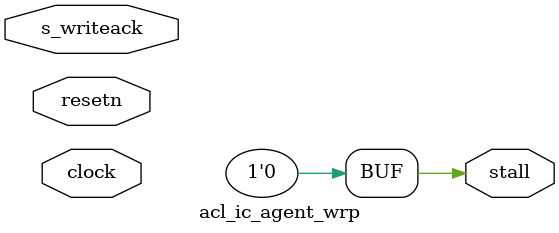
<source format=sv>


`default_nettype none

module acl_ic_agent_wrp #(
    parameter integer DATA_W = 32,              // > 0
    parameter integer BURSTCOUNT_W = 4,         // > 0
    parameter integer ADDRESS_W = 32,           // > 0
    parameter integer BYTEENA_W = DATA_W / 8,   // > 0
    parameter integer ID_W = 1,                 // > 0

    parameter integer NUM_HOSTS = 1,          // > 0
    // If the fifo depth is zero, the module will perform the write ack here,
    // otherwise it will take the write ack from the input s_writeack.
    parameter integer FIFO_DEPTH = 0,           // >= 0 (0 disables)
    parameter integer PIPELINE = 1,             // 0|1

    parameter ASYNC_RESET=1,                    // set to '1' to consume the incoming reset signal asynchronously (use ACLR port on registers), '0' to use synchronous reset (SCLR port on registers)
    parameter SYNCHRONIZE_RESET=0               // set to '1' to pass the incoming reset signal through a synchronizer before use
)
(
    input wire clock,
    input wire resetn,

    acl_arb_intf m_intf,

    input wire s_writeack,

    acl_ic_wrp_intf wrp_intf,

    output logic stall
);

   localparam                    NUM_RESET_COPIES = 1;
   localparam                    RESET_PIPE_DEPTH = 3;
   logic                         aclrn;
   logic [NUM_RESET_COPIES-1:0]  sclrn;
   logic                         resetn_synchronized;
   acl_reset_handler #(
      .ASYNC_RESET            (ASYNC_RESET),
      .USE_SYNCHRONIZER       (SYNCHRONIZE_RESET),
      .SYNCHRONIZE_ACLRN      (SYNCHRONIZE_RESET),
      .PIPE_DEPTH             (RESET_PIPE_DEPTH),
      .NUM_COPIES             (NUM_RESET_COPIES)
   ) acl_reset_handler_inst (
      .clk                    (clock),
      .i_resetn               (resetn),
      .o_aclrn                (aclrn),
      .o_sclrn                (sclrn),
      .o_resetn_synchronized  (resetn_synchronized)
   );

    generate
    if( NUM_HOSTS > 1 )
    begin
        // This agent endpoint may not directly talk to the ACTUAL agent.  In
        // this case we need a fifo to store which host each write ack should
        // go to.  If FIFO_DEPTH is 0 then we assume the writeack can be
        // generated right here (the way it was done originally)
        if( FIFO_DEPTH > 0 )
        begin
            // We don't have to worry about bursts, we'll fifo each transaction
            // since writeack behaves like readdatavalid
            logic rf_empty, rf_full;

            acl_ll_fifo #(
                .WIDTH( ID_W ),
                .DEPTH( FIFO_DEPTH ),
                .ASYNC_RESET(ASYNC_RESET),
                .SYNCHRONIZE_RESET(0)
            )
            write_fifo(
                .clk( clock ),
                .reset( ~resetn_synchronized ),
                .data_in( m_intf.req.id ),
                .write( ~m_intf.stall & m_intf.req.write ),
                .data_out( wrp_intf.id ),
                .read( wrp_intf.ack & ~rf_empty),
                .empty( rf_empty ),
                .full( rf_full )
            );

            // Register agent writeack to guarantee fifo output is ready
            always @( posedge clock or negedge aclrn )
            begin
                if( ~aclrn ) begin
                    wrp_intf.ack <= 1'b0;
                end else begin
                    wrp_intf.ack <= s_writeack;
                    if (~sclrn[0]) wrp_intf.ack <= 1'b0;
                end
            end

            assign stall = rf_full;

        end
        else if( PIPELINE == 1 )
        begin
            assign stall = 1'b0;
            always @( posedge clock or negedge aclrn )
                if( ~aclrn )
                begin
                    wrp_intf.ack <= 1'b0;
                    wrp_intf.id <= 'x;      // don't need to reset
                end
                else
                begin
                    // Always register the id. The ack signal acts as the enable.
                    wrp_intf.id <= m_intf.req.id;
                    wrp_intf.ack <= 1'b0;

                    if( ~m_intf.stall & m_intf.req.write )
                        // A valid write cycle. Ack it.
                        wrp_intf.ack <= 1'b1;
                    if (~sclrn[0]) wrp_intf.ack <= 1'b0;
                end
        end
        else
        begin
            assign wrp_intf.id = m_intf.req.id;
            assign wrp_intf.ack = ~m_intf.stall & m_intf.req.write;
            assign stall = 1'b0;
        end
    end
    else // NUM_HOSTS == 1
    begin
        // Only one host so don't need to check the id.
        if ( FIFO_DEPTH == 0 )
        begin
            assign wrp_intf.ack = ~m_intf.stall & m_intf.req.write;
            assign stall = 1'b0;
        end
        else
        begin
            assign wrp_intf.ack = s_writeack;
            assign stall = 1'b0;
        end
    end
    endgenerate

endmodule

`default_nettype wire
</source>
